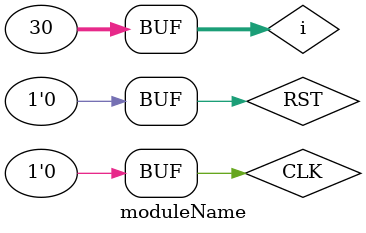
<source format=v>
module moduleName ();

reg CLK;
wire [31:0] OUT;
reg RST;
integer i;
SingleCpu SingleCpu1 (.CLK(CLK), .RST(RST), .OUT(OUT));

initial begin
    RST = 1;
    CLK = 0;
    #50;
    CLK = 1;
    #50
    RST = 0;
    CLK = 0;
    #50
    for(i=0; i<30; i=i+1) begin
        CLK = 1;
        #50
        CLK = 0;
        #50;
    end


end


// always begin
//     #6 CLK=0;
//     #4 CLK=1;
// end

    
endmodule
</source>
